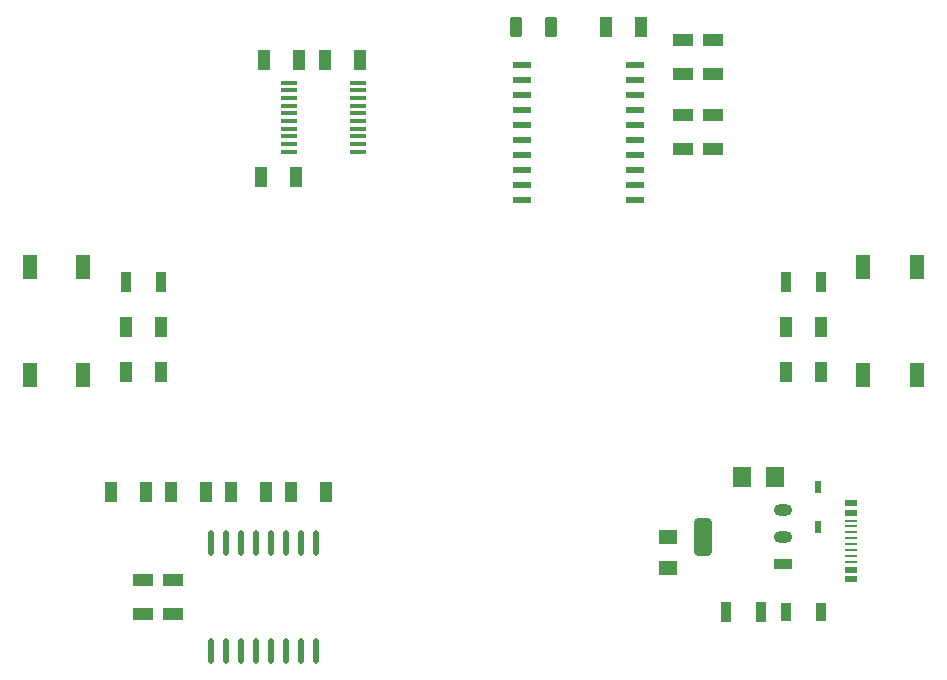
<source format=gtp>
G04*
G04 #@! TF.GenerationSoftware,Altium Limited,Altium Designer,25.3.3 (18)*
G04*
G04 Layer_Color=8421504*
%FSLAX43Y43*%
%MOMM*%
G71*
G04*
G04 #@! TF.SameCoordinates,3DA135E0-A4FD-4886-9DC2-4B5DFDF801B2*
G04*
G04*
G04 #@! TF.FilePolarity,Positive*
G04*
G01*
G75*
G04:AMPARAMS|DCode=10|XSize=1.604mm|YSize=3.262mm|CornerRadius=0.473mm|HoleSize=0mm|Usage=FLASHONLY|Rotation=180.000|XOffset=0mm|YOffset=0mm|HoleType=Round|Shape=RoundedRectangle|*
%AMROUNDEDRECTD10*
21,1,1.604,2.316,0,0,180.0*
21,1,0.658,3.262,0,0,180.0*
1,1,0.947,-0.329,1.158*
1,1,0.947,0.329,1.158*
1,1,0.947,0.329,-1.158*
1,1,0.947,-0.329,-1.158*
%
%ADD10ROUNDEDRECTD10*%
G04:AMPARAMS|DCode=11|XSize=1.604mm|YSize=0.952mm|CornerRadius=0.476mm|HoleSize=0mm|Usage=FLASHONLY|Rotation=180.000|XOffset=0mm|YOffset=0mm|HoleType=Round|Shape=RoundedRectangle|*
%AMROUNDEDRECTD11*
21,1,1.604,0.000,0,0,180.0*
21,1,0.652,0.952,0,0,180.0*
1,1,0.952,-0.326,0.000*
1,1,0.952,0.326,0.000*
1,1,0.952,0.326,0.000*
1,1,0.952,-0.326,0.000*
%
%ADD11ROUNDEDRECTD11*%
%ADD12R,1.604X0.952*%
%ADD13O,0.500X2.200*%
G04:AMPARAMS|DCode=14|XSize=1.6mm|YSize=0.51mm|CornerRadius=0.026mm|HoleSize=0mm|Usage=FLASHONLY|Rotation=0.000|XOffset=0mm|YOffset=0mm|HoleType=Round|Shape=RoundedRectangle|*
%AMROUNDEDRECTD14*
21,1,1.600,0.458,0,0,0.0*
21,1,1.548,0.510,0,0,0.0*
1,1,0.053,0.774,-0.229*
1,1,0.053,-0.774,-0.229*
1,1,0.053,-0.774,0.229*
1,1,0.053,0.774,0.229*
%
%ADD14ROUNDEDRECTD14*%
%ADD15R,1.050X0.200*%
%ADD16R,1.050X0.500*%
%ADD17R,1.400X0.350*%
%ADD18R,1.060X1.720*%
%ADD19R,1.018X1.653*%
%ADD20R,1.100X1.720*%
G04:AMPARAMS|DCode=21|XSize=1.72mm|YSize=1.05mm|CornerRadius=0.261mm|HoleSize=0mm|Usage=FLASHONLY|Rotation=270.000|XOffset=0mm|YOffset=0mm|HoleType=Round|Shape=RoundedRectangle|*
%AMROUNDEDRECTD21*
21,1,1.720,0.529,0,0,270.0*
21,1,1.199,1.050,0,0,270.0*
1,1,0.521,-0.265,-0.600*
1,1,0.521,-0.265,0.600*
1,1,0.521,0.265,0.600*
1,1,0.521,0.265,-0.600*
%
%ADD21ROUNDEDRECTD21*%
%ADD22R,1.653X1.018*%
%ADD23R,1.720X1.060*%
G04:AMPARAMS|DCode=24|XSize=0.87mm|YSize=1.63mm|CornerRadius=0.023mm|HoleSize=0mm|Usage=FLASHONLY|Rotation=0.000|XOffset=0mm|YOffset=0mm|HoleType=Round|Shape=RoundedRectangle|*
%AMROUNDEDRECTD24*
21,1,0.870,1.585,0,0,0.0*
21,1,0.825,1.630,0,0,0.0*
1,1,0.046,0.412,-0.792*
1,1,0.046,-0.412,-0.792*
1,1,0.046,-0.412,0.792*
1,1,0.046,0.412,0.792*
%
%ADD24ROUNDEDRECTD24*%
%ADD25R,1.300X2.000*%
%ADD26R,1.720X1.100*%
%ADD27R,1.610X1.280*%
%ADD28R,0.910X1.630*%
%ADD29R,1.500X1.700*%
%ADD30R,0.630X1.110*%
D10*
X60105Y22860D02*
D03*
D11*
X66895Y25150D02*
D03*
Y22860D02*
D03*
D12*
Y20570D02*
D03*
D13*
X27305Y22330D02*
D03*
X26035D02*
D03*
X24765D02*
D03*
X23495D02*
D03*
X22225D02*
D03*
X20955D02*
D03*
X19685D02*
D03*
X18415D02*
D03*
X27305Y13230D02*
D03*
X26035D02*
D03*
X24765D02*
D03*
X23495D02*
D03*
X22225D02*
D03*
X20955D02*
D03*
X19685D02*
D03*
X18415D02*
D03*
D14*
X54290Y62865D02*
D03*
Y61595D02*
D03*
Y60325D02*
D03*
Y59055D02*
D03*
Y57785D02*
D03*
Y56515D02*
D03*
Y55245D02*
D03*
Y53975D02*
D03*
Y52705D02*
D03*
Y51435D02*
D03*
X44770D02*
D03*
Y52705D02*
D03*
Y53975D02*
D03*
Y55245D02*
D03*
Y56515D02*
D03*
Y57785D02*
D03*
Y59055D02*
D03*
Y60325D02*
D03*
Y61595D02*
D03*
Y62865D02*
D03*
D15*
X72585Y20760D02*
D03*
Y21260D02*
D03*
Y21760D02*
D03*
Y24260D02*
D03*
Y23760D02*
D03*
Y23260D02*
D03*
Y22260D02*
D03*
Y22760D02*
D03*
D16*
Y24910D02*
D03*
Y20110D02*
D03*
Y25710D02*
D03*
Y19310D02*
D03*
D17*
X30840Y61345D02*
D03*
Y60695D02*
D03*
Y60045D02*
D03*
Y59395D02*
D03*
Y58745D02*
D03*
Y58095D02*
D03*
Y57445D02*
D03*
Y56795D02*
D03*
Y56145D02*
D03*
Y55495D02*
D03*
X25040D02*
D03*
Y56145D02*
D03*
Y56795D02*
D03*
Y57445D02*
D03*
Y58095D02*
D03*
Y58745D02*
D03*
Y59395D02*
D03*
Y60045D02*
D03*
Y60695D02*
D03*
Y61345D02*
D03*
D18*
X31066Y63246D02*
D03*
X28116D02*
D03*
X51865Y66040D02*
D03*
X54815D02*
D03*
D19*
X25857Y63246D02*
D03*
X22911D02*
D03*
X12903Y26670D02*
D03*
X9957D02*
D03*
X14173Y36830D02*
D03*
X11227D02*
D03*
X70053D02*
D03*
X67107D02*
D03*
X20117Y26670D02*
D03*
X23063D02*
D03*
X17983D02*
D03*
X15037D02*
D03*
D20*
X22670Y53340D02*
D03*
X25590D02*
D03*
X11240Y40640D02*
D03*
X14160D02*
D03*
X67120D02*
D03*
X70040D02*
D03*
X28130Y26670D02*
D03*
X25210D02*
D03*
D21*
X47205Y66040D02*
D03*
X44235D02*
D03*
D22*
X58420Y64973D02*
D03*
Y62027D02*
D03*
Y55677D02*
D03*
Y58623D02*
D03*
D23*
X60960Y62025D02*
D03*
Y64975D02*
D03*
Y58625D02*
D03*
Y55675D02*
D03*
X12700Y19255D02*
D03*
Y16305D02*
D03*
D24*
X14155Y44450D02*
D03*
X11245D02*
D03*
X70035D02*
D03*
X67125D02*
D03*
X64955Y16510D02*
D03*
X62045D02*
D03*
D25*
X3120Y36620D02*
D03*
Y45720D02*
D03*
X7620Y36620D02*
D03*
Y45720D02*
D03*
X73660Y36620D02*
D03*
Y45720D02*
D03*
X78160Y36620D02*
D03*
Y45720D02*
D03*
D26*
X15240Y16320D02*
D03*
Y19240D02*
D03*
D27*
X57150Y20224D02*
D03*
Y22860D02*
D03*
D28*
X67070Y16510D02*
D03*
X70090D02*
D03*
D29*
X63370Y27940D02*
D03*
X66170D02*
D03*
D30*
X69850Y27080D02*
D03*
Y23720D02*
D03*
M02*

</source>
